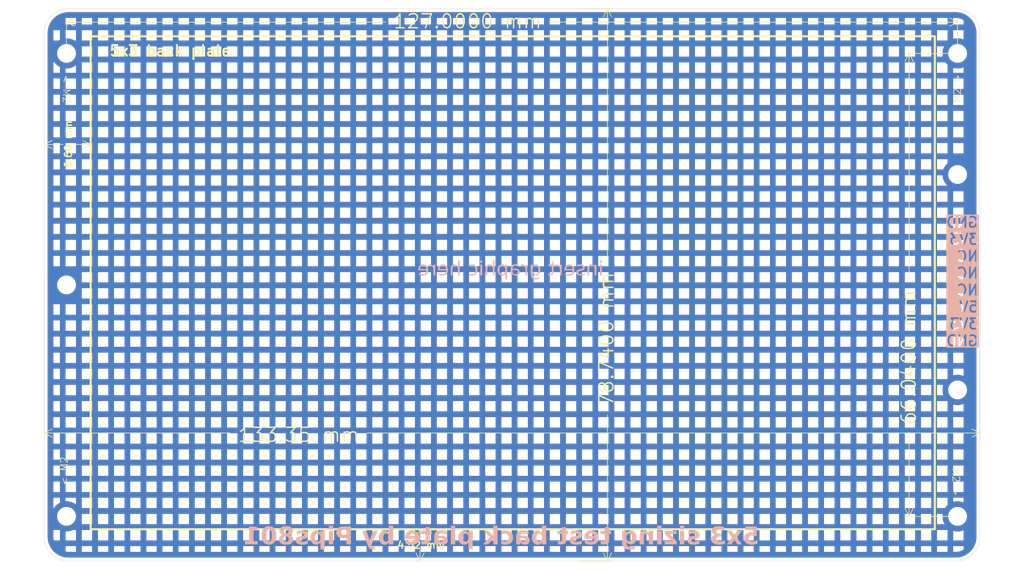
<source format=kicad_pcb>
(kicad_pcb (version 20240108) (generator "pcbnew") (generator_version "8.0")
  (title_block (title "5x3 sizing test back plate") (date "2025-01-13") (rev "R1"))
  (layers (0 "F.Cu" signal) (31 "B.Cu" signal) (34 "B.Paste" user) (35 "F.Paste" user) (36 "B.SilkS" user "B.Silkscreen") (37 "F.SilkS" user "F.Silkscreen") (38 "B.Mask" user) (39 "F.Mask" user) (44 "Edge.Cuts" user))
  (net 0 "")
  (net 1 "GND")
  (footprint "MountingHole:MountingHole_2.2mm_M2" (layer "F.Cu") (at 220.98 45.72)
    (property "Reference" "REF**")
    (property "Value" "MountingHole_2.2mm_M2")
    (pad "" np_thru_hole circle (at 0 0) (size 2.2 2.2) (drill 2.2) (layers "*.Cu" "*.Mask"))
  )
  (footprint "MountingHole:MountingHole_2.2mm_M2" (layer "F.Cu") (at 93.98 45.72)
    (property "Reference" "REF**")
    (property "Value" "MountingHole_2.2mm_M2")
    (pad "" np_thru_hole circle (at 0 0) (size 2.2 2.2) (drill 2.2) (layers "*.Cu" "*.Mask"))
  )
  (footprint "MountingHole:MountingHole_2.2mm_M2" (layer "F.Cu") (at 220.98 93.726)
    (property "Reference" "REF**")
    (property "Value" "MountingHole_2.2mm_M2")
    (pad "" np_thru_hole circle (at 0 0) (size 2.2 2.2) (drill 2.2) (layers "*.Cu" "*.Mask"))
  )
  (footprint "MountingHole:MountingHole_2.2mm_M2" (layer "F.Cu") (at 93.98 78.74)
    (property "Reference" "REF**")
    (property "Value" "MountingHole_2.2mm_M2")
    (pad "" np_thru_hole circle (at 0 0) (size 2.2 2.2) (drill 2.2) (layers "*.Cu" "*.Mask"))
  )
  (footprint "MountingHole:MountingHole_2.2mm_M2" (layer "F.Cu") (at 93.98 111.76)
    (property "Reference" "REF**")
    (property "Value" "MountingHole_2.2mm_M2")
    (pad "" np_thru_hole circle (at 0 0) (size 2.2 2.2) (drill 2.2) (layers "*.Cu" "*.Mask"))
  )
  (footprint "MountingHole:MountingHole_2.2mm_M2" (layer "F.Cu") (at 220.98 111.76)
    (property "Reference" "REF**")
    (property "Value" "MountingHole_2.2mm_M2")
    (pad "" np_thru_hole circle (at 0 0) (size 2.2 2.2) (drill 2.2) (layers "*.Cu" "*.Mask"))
  )
  (footprint "MountingHole:MountingHole_2.2mm_M2" (layer "F.Cu") (at 220.98 62.992)
    (property "Reference" "REF**")
    (property "Value" "MountingHole_2.2mm_M2")
    (pad "" np_thru_hole circle (at 0 0) (size 2.2 2.2) (drill 2.2) (layers "*.Cu" "*.Mask"))
  )
  (gr_rect (start 97.415 43.275) (end 217.735 113.595) (stroke (width 0.3)) (fill none) (layer "F.SilkS"))
  (gr_line (start 220.632892 118.134314) (end 94.327108 118.134314) (stroke (width 0.05)) (layer "Edge.Cuts"))
  (gr_arc (start 94.327108 118.134314) (mid 91.827981 117.14061) (end 90.792808 114.741595) (stroke (width 0.05)) (layer "Edge.Cuts"))
  (gr_line (start 90.792808 114.741595) (end 90.792808 42.738406) (stroke (width 0.05)) (layer "Edge.Cuts"))
  (gr_line (start 224.167192 42.738406) (end 224.167192 114.741595) (stroke (width 0.05)) (layer "Edge.Cuts"))
  (gr_arc (start 90.792808 42.738406) (mid 91.827981 40.33939) (end 94.327108 39.345687) (stroke (width 0.05)) (layer "Edge.Cuts"))
  (gr_arc (start 220.632892 39.345687) (mid 223.132019 40.33939) (end 224.167192 42.738406) (stroke (width 0.05)) (layer "Edge.Cuts"))
  (gr_arc (start 224.167192 114.741595) (mid 223.132019 117.14061) (end 220.632892 118.134314) (stroke (width 0.05)) (layer "Edge.Cuts"))
  (gr_line (start 94.327108 39.345687) (end 220.632892 39.345687) (stroke (width 0.05)) (layer "Edge.Cuts"))
  (gr_text "${TITLE} by Pips801" (at 192.7352 116.1796 0) (layer "B.SilkS") (effects (font (size 2.5 2.5) (thickness 0.3)) (justify left bottom mirror)))
  (gr_text "GND\n3V3\nNC\nNC\nNC\n5V\n3V3\nGND" (at 224.113793 87.597334 -0) (layer "B.SilkS" knockout) (effects (font (size 1.5 1.5) (thickness 0.25)) (justify left bottom mirror)))
  (gr_text "insert graphic here" (at 170.5356 77.724 -0) (layer "B.SilkS") (effects (font (size 2 2) (thickness 0.1)) (justify left bottom mirror)))
  (gr_text "M2 >" (at 220.1672 104.7496 -90) (layer "F.SilkS") (effects (font (size 1 1) (thickness 0.1)) (justify left bottom)))
  (gr_text "< M2" (at 94.234 107.3912 90) (layer "F.SilkS") (effects (font (size 1 1) (thickness 0.1)) (justify left bottom)))
  (gr_text "M2 >" (at 221.5388 52.832 90) (layer "F.SilkS") (effects (font (size 1 1) (thickness 0.1)) (justify left bottom)))
  (gr_text "< M2" (at 93.3704 48.6664 -90) (layer "F.SilkS") (effects (font (size 1 1) (thickness 0.1)) (justify left bottom)))
  (gr_text "5x3 back plate" (at 99.949 46.228 0) (layer "F.SilkS") (effects (font (size 1.5 1.5) (thickness 0.3) (bold yes)) (justify left bottom)))
  (dimension (type aligned) (layer "F.SilkS") (pts (xy 166.37 39.37) (xy 166.37 118.11)) (height -4.699) (gr_text "78.7400 mm" (at 170.924932 86.5124 90) (layer "F.SilkS") (effects (font (size 2 2) (thickness 0.2)))) (format (prefix "") (suffix "") (units 3) (units_format 1) (precision 4)) (style (thickness 0.1) (arrow_length 1.27) (text_position_mode 2) (extension_height 0.58642) (extension_offset 0.5) keep_text_aligned))
  (dimension (type aligned) (layer "F.SilkS") (pts (xy 144.736953 118.11) (xy 144.736953 113.5888)) (height -0.361028) (gr_text "4.52 mm" (at 144.526 115.8494 0) (layer "F.SilkS") (effects (font (size 1 1) (thickness 0.2)))) (format (prefix "") (suffix "") (units 3) (units_format 1) (precision 2)) (style (thickness 0.1) (arrow_length 1.27) (text_position_mode 2) (extension_height 0.58642) (extension_offset 0.5)))
  (dimension (type aligned) (layer "F.SilkS") (pts (xy 93.98 45.72) (xy 220.98 45.72)) (height -4.45828) (gr_text "127.0000 mm" (at 151.13 41.148 0) (layer "F.SilkS") (effects (font (size 2 2) (thickness 0.2)))) (format (prefix "") (suffix "") (units 3) (units_format 1) (precision 4)) (style (thickness 0.1) (arrow_length 1.27) (text_position_mode 2) (extension_height 0.58642) (extension_offset 0.5) keep_text_aligned))
  (dimension (type aligned) (layer "F.SilkS") (pts (xy 220.98 45.72) (xy 220.98 111.76)) (height 6.9088) (gr_text "66.0400 mm" (at 214.016541 89.0524 90) (layer "F.SilkS") (effects (font (size 2 2) (thickness 0.2)))) (format (prefix "") (suffix "") (units 3) (units_format 1) (precision 4)) (style (thickness 0.1) (arrow_length 1.27) (text_position_mode 2) (extension_height 0.58642) (extension_offset 0.5) keep_text_aligned))
  (dimension (type aligned) (layer "F.SilkS") (pts (xy 90.805 59.055) (xy 97.409 59.055)) (height -0.337953) (gr_text "6.60 mm" (at 94.234 58.674 90) (layer "F.SilkS") (effects (font (size 1 1) (thickness 0.2)))) (format (prefix "") (suffix "") (units 3) (units_format 1) (precision 2)) (style (thickness 0.1) (arrow_length 1.27) (text_position_mode 2) (extension_height 0.58642) (extension_offset 0.5)))
  (dimension (type aligned) (layer "F.SilkS") (pts (xy 224.155 77.343) (xy 90.805 77.343)) (height -22.5298) (gr_text "133.35 mm" (at 127.067942 100.135058 0) (layer "F.SilkS") (effects (font (size 2 2) (thickness 0.2)))) (format (prefix "") (suffix "") (units 3) (units_format 1) (precision 2)) (style (thickness 0.1) (arrow_length 1.27) (text_position_mode 2) (extension_height 0.58642) (extension_offset 0.5) keep_text_aligned))
  (zone (net 1) (net_name "GND") (layers "F&B.Cu") (connect_pads (clearance 0.5)) (min_thickness 0.25) (fill yes (mode hatch) (thermal_gap 0.5) (thermal_bridge_width 0.5) (hatch_thickness 0.8) (hatch_gap 1.5) (hatch_orientation 0) (hatch_border_algorithm hatch_thickness) (hatch_min_hole_area 0.3))
    (polygon (pts (xy 88.9 38.1) (xy 88.9 119.38) (xy 226.06 119.38) (xy 226.06 38.1)))
  )
)
</source>
